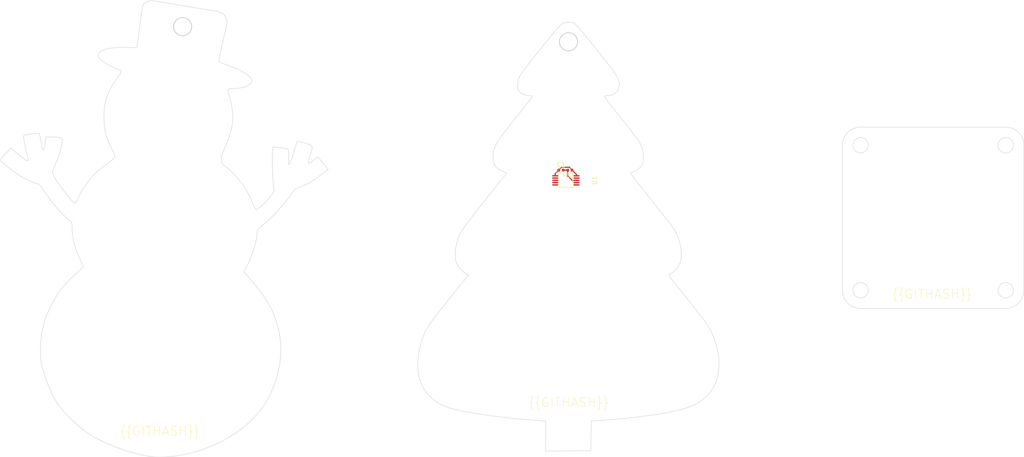
<source format=kicad_pcb>
(kicad_pcb (version 20221018) (generator pcbnew)
  (layers (0 "F.Cu" signal) (31 "B.Cu" signal) (34 "B.Paste" user) (35 "F.Paste" user) (36 "B.SilkS" user "B.Silkscreen") (37 "F.SilkS" user "F.Silkscreen") (38 "B.Mask" user) (39 "F.Mask" user) (44 "Edge.Cuts" user))
  (net 0 "")
  (net 1 "vcc")
  (net 2 "scl")
  (net 3 "sda")
  (net 4 "in_trig")
  (net 5 "en")
  (net 6 "vdd_nc")
  (net 7 "p")
  (net 8 "gnd")
  (net 9 "n")
  (footprint "lib:C0402" (layer "F.Cu") (at 161.538564 87.276181 180)
    (fp_text reference "C2" (at 0 -1.16) (layer "F.SilkS"))
    (fp_text value "Multilayer Ceramic Capacitors MLCC - SMD/SMT 1uF 6.3V 0402 RoHS")
    (fp_line (start -0.107836 -0.36) (end 0.107836 -0.36) (stroke (width 0.12)) (layer "F.SilkS"))
    (fp_line (start -0.107836 0.36) (end 0.107836 0.36) (stroke (width 0.12)) (layer "F.SilkS"))
    (pad "1" smd roundrect (at -0.48 0 180) (size 0.56 0.62) (layers "F.Cu" "F.Paste" "F.Mask") (net 1 "vcc"))
    (pad "2" smd roundrect (at 0.48 0 180) (size 0.56 0.62) (layers "F.Cu" "F.Paste" "F.Mask") (net 8 "gnd"))
  )
  (footprint "lib:VSSOP-10_L3.0-W3.0-P0.50-LS4.9-BL" (layer "F.Cu") (at 160.655 89.535 -90)
    (fp_text reference "U1" (at 0 -6.35 90) (layer "F.SilkS"))
    (fp_text value "")
    (fp_line (start -1.6 -1.53) (end -1.6 -0.7) (stroke (width 0.15)) (layer "F.SilkS"))
    (fp_line (start -1.6 0.73) (end -1.6 1.56) (stroke (width 0.15)) (layer "F.SilkS"))
    (fp_line (start -1.58 -1.53) (end 1.52 -1.53) (stroke (width 0.15)) (layer "F.SilkS"))
    (fp_line (start -1.58 1.56) (end 1.52 1.56) (stroke (width 0.15)) (layer "F.SilkS"))
    (fp_line (start 1.52 1.57) (end 1.52 -1.53) (stroke (width 0.15)) (layer "F.SilkS"))
    (fp_arc (start -1.605241 -0.671551) (mid -1.079184 0.027267) (end -1.6 0.73) (stroke (width 0.15)) (layer "F.SilkS"))
    (fp_circle (center -1.52 1.98) (end -1.42 1.98) (stroke (width 0.2)) (fill none) (layer "F.SilkS"))
    (pad "1" smd rect (at -1 2.35 270) (size 0.3 1.3) (layers "F.Cu" "F.Paste" "F.Mask") (net 1 "vcc"))
    (pad "2" smd rect (at -0.5 2.35 270) (size 0.3 1.3) (layers "F.Cu" "F.Paste" "F.Mask") (net 2 "scl"))
    (pad "3" smd rect (at 0 2.35 270) (size 0.3 1.3) (layers "F.Cu" "F.Paste" "F.Mask") (net 3 "sda"))
    (pad "4" smd rect (at 0.5 2.35 270) (size 0.3 1.3) (layers "F.Cu" "F.Paste" "F.Mask") (net 4 "in_trig"))
    (pad "5" smd rect (at 1 2.35 270) (size 0.3 1.3) (layers "F.Cu" "F.Paste" "F.Mask") (net 5 "en"))
    (pad "6" smd rect (at 1 -2.35 270) (size 0.3 1.3) (layers "F.Cu" "F.Paste" "F.Mask") (net 6 "vdd_nc"))
    (pad "7" smd rect (at 0.5 -2.35 270) (size 0.3 1.3) (layers "F.Cu" "F.Paste" "F.Mask") (net 7 "p"))
    (pad "8" smd rect (at 0 -2.35 270) (size 0.3 1.3) (layers "F.Cu" "F.Paste" "F.Mask") (net 8 "gnd"))
    (pad "9" smd rect (at -0.5 -2.35 270) (size 0.3 1.3) (layers "F.Cu" "F.Paste" "F.Mask") (net 9 "n"))
    (pad "10" smd rect (at -1 -2.35 270) (size 0.3 1.3) (layers "F.Cu" "F.Paste" "F.Mask") (net 1 "vcc"))
  )
  (footprint "lib:C0402" (layer "F.Cu") (at 159.584225 87.276181)
    (fp_text reference "C1" (at 0 -1.16) (layer "F.SilkS"))
    (fp_text value "Multilayer Ceramic Capacitors MLCC - SMD/SMT 1uF 6.3V 0402 RoHS")
    (fp_line (start -0.107836 -0.36) (end 0.107836 -0.36) (stroke (width 0.12)) (layer "F.SilkS"))
    (fp_line (start -0.107836 0.36) (end 0.107836 0.36) (stroke (width 0.12)) (layer "F.SilkS"))
    (pad "1" smd roundrect (at -0.48 0) (size 0.56 0.62) (layers "F.Cu" "F.Paste" "F.Mask") (net 1 "vcc"))
    (pad "2" smd roundrect (at 0.48 0) (size 0.56 0.62) (layers "F.Cu" "F.Paste" "F.Mask") (net 8 "gnd"))
  )
  (gr_circle (center 225.62 81.79) (end 227.32 81.79) (stroke (width 0.1)) (fill none) (layer "Edge.Cuts"))
  (gr_circle (center 257.62 113.79) (end 259.32 113.79) (stroke (width 0.1)) (fill none) (layer "Edge.Cuts"))
  (gr_circle (center 257.62 81.79) (end 259.32 81.79) (stroke (width 0.1)) (fill none) (layer "Edge.Cuts"))
  (gr_poly (pts (xy 75.142222 50.797022) (xy 79.756606 51.568267) (xy 82.366969 51.99203) (xy 83.019066 52.095762) (xy 83.303876 52.146979) (xy 83.563537 52.198618) (xy 83.799806 52.251323) (xy 84.01444 52.305736) (xy 84.209196 52.362498) (xy 84.385831 52.422252) (xy 84.546102 52.485641) (xy 84.691766 52.553306) (xy 84.824581 52.62589) (xy 84.946303 52.704035) (xy 85.05869 52.788383) (xy 85.163499 52.879577) (xy 85.262486 52.978258) (xy 85.357409 53.08507) (xy 85.479286 53.234958) (xy 85.586233 53.378736) (xy 85.634185 53.44915) (xy 85.678498 53.519015) (xy 85.719202 53.588656) (xy 85.75633 53.658402) (xy 85.789911 53.728576) (xy 85.819976 53.799506) (xy 85.846558 53.871517) (xy 85.869686 53.944936) (xy 85.889392 54.020089) (xy 85.905707 54.097301) (xy 85.918662 54.176899) (xy 85.928287 54.259209) (xy 85.934615 54.344557) (xy 85.937675 54.433269) (xy 85.937499 54.525672) (xy 85.934119 54.62209) (xy 85.927564 54.722851) (xy 85.917866 54.82828) (xy 85.889166 55.054449) (xy 85.848266 55.303204) (xy 85.795414 55.577155) (xy 85.730859 55.878909) (xy 85.654849 56.211077) (xy 84.878546 59.55341) (xy 84.657875 60.550977) (xy 84.450892 61.532488) (xy 84.331406 62.116419) (xy 84.229648 62.629765) (xy 84.15639 63.017063) (xy 84.122409 63.222849) (xy 84.123062 63.236814) (xy 84.127967 63.251873) (xy 84.137065 63.268001) (xy 84.150302 63.285171) (xy 84.167619 63.303357) (xy 84.188962 63.322534) (xy 84.214273 63.342674) (xy 84.243497 63.363751) (xy 84.313454 63.408613) (xy 84.398381 63.456909) (xy 84.497828 63.50843) (xy 84.611342 63.562966) (xy 84.738473 63.620306) (xy 84.878767 63.680241) (xy 85.031775 63.742561) (xy 85.197043 63.807056) (xy 85.374121 63.873515) (xy 85.562558 63.94173) (xy 85.7619 64.011489) (xy 85.971698 64.082583) (xy 86.585981 64.296029) (xy 87.172975 64.516947) (xy 87.730729 64.744054) (xy 88.257293 64.976069) (xy 88.75072 65.211708) (xy 89.209058 65.449689) (xy 89.63036 65.68873) (xy 90.012676 65.927548) (xy 90.354056 66.16486) (xy 90.652552 66.399385) (xy 90.906214 66.629839) (xy 91.113092 66.85494) (xy 91.271238 67.073405) (xy 91.378702 67.283953) (xy 91.412819 67.385857) (xy 91.433535 67.485301) (xy 91.440605 67.582123) (xy 91.433787 67.676165) (xy 91.41712 67.753004) (xy 91.390362 67.829368) (xy 91.35383 67.905131) (xy 91.307839 67.980165) (xy 91.252707 68.054343) (xy 91.188749 68.12754) (xy 91.116281 68.199626) (xy 91.03562 68.270477) (xy 90.947082 68.339964) (xy 90.850984 68.407961) (xy 90.747641 68.47434) (xy 90.637371 68.538975) (xy 90.520488 68.601739) (xy 90.39731 68.662505) (xy 90.268153 68.721145) (xy 90.133332 68.777534) (xy 89.993165 68.831543) (xy 89.847967 68.883047) (xy 89.543745 68.978027) (xy 89.223197 69.06146) (xy 88.888852 69.132329) (xy 88.54324 69.189618) (xy 88.188892 69.232313) (xy 88.009232 69.24787) (xy 87.828337 69.259397) (xy 87.646523 69.266767) (xy 87.464106 69.269854) (xy 87.202959 69.272042) (xy 86.97453 69.277492) (xy 86.777472 69.288473) (xy 86.690288 69.296746) (xy 86.610443 69.307253) (xy 86.537768 69.320276) (xy 86.472096 69.3361) (xy 86.413258 69.355009) (xy 86.361087 69.377285) (xy 86.315414 69.403211) (xy 86.276071 69.433073) (xy 86.24289 69.467154) (xy 86.215703 69.505736) (xy 86.194342 69.549103) (xy 86.178638 69.59754) (xy 86.168424 69.65133) (xy 86.163532 69.710755) (xy 86.163793 69.776101) (xy 86.169039 69.847649) (xy 86.179102 69.925685) (xy 86.193814 70.010491) (xy 86.236514 70.20155) (xy 86.295792 70.423093) (xy 86.370304 70.677389) (xy 86.458705 70.966708) (xy 86.582128 71.384478) (xy 86.694998 71.803093) (xy 86.797211 72.221567) (xy 86.888665 72.638919) (xy 86.969257 73.054166) (xy 87.038885 73.466323) (xy 87.097447 73.874409) (xy 87.144838 74.277439) (xy 87.180958 74.674432) (xy 87.205702 75.064404) (xy 87.21897 75.446371) (xy 87.220657 75.819352) (xy 87.210662 76.182361) (xy 87.188881 76.534418) (xy 87.155212 76.874538) (xy 87.109553 77.201739) (xy 86.986123 77.871628) (xy 86.830027 78.558912) (xy 86.643845 79.255662) (xy 86.430157 79.953949) (xy 86.19154 80.645848) (xy 85.930575 81.323429) (xy 85.649841 81.978766) (xy 85.351916 82.60393) (xy 85.189192 82.938586) (xy 85.118752 83.093315) (xy 85.055229 83.240939) (xy 84.998352 83.382431) (xy 84.947849 83.518761) (xy 84.903447 83.650903) (xy 84.864875 83.779828) (xy 84.831859 83.906506) (xy 84.804129 84.031911) (xy 84.781412 84.157013) (xy 84.763435 84.282785) (xy 84.749927 84.410197) (xy 84.740615 84.540223) (xy 84.735228 84.673833) (xy 84.733493 84.811999) (xy 84.736223 85.129082) (xy 84.741369 85.261496) (xy 84.750575 85.379459) (xy 84.764997 85.485194) (xy 84.774524 85.534172) (xy 84.785789 85.580928) (xy 84.798934 85.625739) (xy 84.814106 85.668884) (xy 84.831447 85.710641) (xy 84.851104 85.751288) (xy 84.873219 85.791103) (xy 84.897937 85.830364) (xy 84.925403 85.869349) (xy 84.955761 85.908337) (xy 84.989155 85.947605) (xy 85.02573 85.987432) (xy 85.109 86.069873) (xy 85.206725 86.157886) (xy 85.320061 86.253696) (xy 85.598185 86.477602) (xy 86.096863 86.886277) (xy 86.577755 87.306529) (xy 87.04138 87.739064) (xy 87.488258 88.184586) (xy 87.918909 88.6438) (xy 88.333852 89.117412) (xy 88.733607 89.606125) (xy 89.118694 90.110646) (xy 89.489632 90.631678) (xy 89.846941 91.169927) (xy 90.19114 91.726098) (xy 90.52275 92.300895) (xy 90.84229 92.895024) (xy 91.150279 93.509189) (xy 91.447237 94.144095) (xy 91.733683 94.800448) (xy 91.84059 95.047283) (xy 91.945802 95.277558) (xy 92.046625 95.486234) (xy 92.140364 95.668271) (xy 92.224324 95.818627) (xy 92.295813 95.932265) (xy 92.326039 95.973739) (xy 92.352136 96.004143) (xy 92.373767 96.022848) (xy 92.382804 96.027616) (xy 92.390597 96.029223) (xy 92.399173 96.028006) (xy 92.410522 96.024397) (xy 92.441219 96.010237) (xy 92.482045 95.987221) (xy 92.53236 95.955824) (xy 92.591521 95.916524) (xy 92.658887 95.869798) (xy 92.815666 95.755976) (xy 92.997564 95.618173) (xy 93.199447 95.460204) (xy 93.416182 95.285885) (xy 93.642634 95.099032) (xy 93.891007 94.882848) (xy 94.141366 94.648628) (xy 94.390948 94.400061) (xy 94.636991 94.140836) (xy 94.87673 93.874641) (xy 95.107403 93.605164) (xy 95.326247 93.336095) (xy 95.530498 93.071122) (xy 95.717394 92.813933) (xy 95.884171 92.568218) (xy 96.028066 92.337665) (xy 96.146316 92.125962) (xy 96.236159 91.936798) (xy 96.294829 91.773863) (xy 96.311612 91.703383) (xy 96.319566 91.640844) (xy 96.318345 91.586706) (xy 96.307605 91.54143) (xy 96.264441 91.378418) (xy 96.221593 91.121805) (xy 96.138989 90.373142) (xy 96.064068 89.386161) (xy 96.001109 88.251583) (xy 95.954389 87.060129) (xy 95.928186 85.902519) (xy 95.926777 84.869474) (xy 95.95444 84.051714) (xy 96.07471 82.177477) (xy 97.36716 82.304781) (xy 98.13507 82.379263) (xy 98.441266 82.413109) (xy 98.700599 82.449744) (xy 98.916803 82.492956) (xy 99.009898 82.518212) (xy 99.09361 82.546534) (xy 99.168406 82.578395) (xy 99.234753 82.614268) (xy 99.293117 82.654627) (xy 99.343964 82.699946) (xy 99.387763 82.750698) (xy 99.424978 82.807357) (xy 99.456076 82.870396) (xy 99.481525 82.94029) (xy 99.501791 83.017511) (xy 99.51734 83.102533) (xy 99.536155 83.297877) (xy 99.541702 83.530109) (xy 99.537716 83.803018) (xy 99.51607 84.486025) (xy 99.501811 85.019341) (xy 99.495778 85.429631) (xy 99.49953 85.727933) (xy 99.505563 85.838537) (xy 99.514626 85.925284) (xy 99.526915 85.989553) (xy 99.542625 86.032723) (xy 99.551823 86.046828) (xy 99.56195 86.056175) (xy 99.573029 86.060938) (xy 99.585085 86.061289) (xy 99.612224 86.049443) (xy 99.643564 86.022019) (xy 99.679299 85.980395) (xy 99.719623 85.925951) (xy 99.770963 85.835961) (xy 99.83738 85.6921) (xy 100.00736 85.267042) (xy 100.213404 84.699332) (xy 100.439353 84.037526) (xy 100.669049 83.330178) (xy 100.886332 82.625845) (xy 101.075044 81.973082) (xy 101.219027 81.420443) (xy 101.232451 81.367288) (xy 101.246658 81.317349) (xy 101.261814 81.270604) (xy 101.278084 81.227032) (xy 101.295634 81.186611) (xy 101.314631 81.149321) (xy 101.33524 81.115138) (xy 101.357628 81.084043) (xy 101.381959 81.056013) (xy 101.4084 81.031027) (xy 101.437117 81.009064) (xy 101.468275 80.990102) (xy 101.502041 80.974119) (xy 101.538581 80.961095) (xy 101.578059 80.951007) (xy 101.620643 80.943835) (xy 101.666497 80.939556) (xy 101.715788 80.938149) (xy 101.768682 80.939594) (xy 101.825345 80.943867) (xy 101.885942 80.950949) (xy 101.950639 80.960817) (xy 102.019603 80.97345) (xy 102.092998 80.988826) (xy 102.170992 81.006924) (xy 102.253749 81.027723) (xy 102.434219 81.077337) (xy 102.635734 81.137495) (xy 102.859622 81.208025) (xy 103.581471 81.438726) (xy 103.868146 81.535185) (xy 104.108644 81.625316) (xy 104.212356 81.669476) (xy 104.305459 81.713816) (xy 104.388264 81.758923) (xy 104.461082 81.805384) (xy 104.524226 81.853787) (xy 104.578006 81.904719) (xy 104.622735 81.958768) (xy 104.658725 82.01652) (xy 104.686285 82.078563) (xy 104.705729 82.145484) (xy 104.717368 82.217871) (xy 104.721513 82.296311) (xy 104.718476 82.381392) (xy 104.708568 82.4737) (xy 104.692102 82.573823) (xy 104.669388 82.682348) (xy 104.606464 82.926954) (xy 104.522289 83.212218) (xy 104.300158 83.92351) (xy 104.076968 84.658354) (xy 103.993442 84.95378) (xy 103.929762 85.203046) (xy 103.886777 85.407528) (xy 103.865337 85.568604) (xy 103.862962 85.633296) (xy 103.866292 85.687652) (xy 103.875434 85.731846) (xy 103.890492 85.766049) (xy 103.911574 85.790433) (xy 103.938786 85.805172) (xy 103.972234 85.810436) (xy 104.012025 85.806398) (xy 104.058263 85.79323) (xy 104.111056 85.771105) (xy 104.236732 85.700671) (xy 104.3899 85.596472) (xy 104.571411 85.459887) (xy 105.02286 85.095065) (xy 105.918216 84.355181) (xy 106.388476 84.86751) (xy 106.496975 84.987739) (xy 106.625318 85.133369) (xy 106.92254 85.478508) (xy 107.242155 85.858286) (xy 107.546176 86.22806) (xy 108.2336 87.076296) (xy 106.72333 88.254687) (xy 106.031007 88.783192) (xy 105.392025 89.245391) (xy 105.089314 89.453516) (xy 104.796071 89.647331) (xy 104.511007 89.827593) (xy 104.232833 89.995056) (xy 103.960259 90.150478) (xy 103.691998 90.294613) (xy 103.426759 90.428217) (xy 103.163254 90.552046) (xy 102.900193 90.666855) (xy 102.636288 90.773401) (xy 102.370249 90.872439) (xy 102.100787 90.964724) (xy 101.955978 91.013649) (xy 101.818902 91.062832) (xy 101.689432 91.112348) (xy 101.567439 91.162273) (xy 101.452795 91.212683) (xy 101.345371 91.263651) (xy 101.245039 91.315254) (xy 101.151671 91.367567) (xy 101.065138 91.420665) (xy 100.985313 91.474624) (xy 100.912065 91.529517) (xy 100.845269 91.585421) (xy 100.784794 91.642412) (xy 100.730512 91.700563) (xy 100.682296 91.759951) (xy 100.640017 91.82065) (xy 100.313962 92.312951) (xy 99.958065 92.82026) (xy 99.575318 93.339289) (xy 99.168711 93.866747) (xy 98.741234 94.399346) (xy 98.295878 94.933795) (xy 97.835635 95.466804) (xy 97.363494 95.995083) (xy 96.882446 96.515343) (xy 96.395482 97.024295) (xy 95.905593 97.518647) (xy 95.415769 97.995111) (xy 94.929002 98.450396) (xy 94.44828 98.881213) (xy 93.976596 99.284272) (xy 93.51694 99.656283) (xy 93.364132 99.777198) (xy 93.228349 99.887118) (xy 93.108601 99.987555) (xy 93.003899 100.080022) (xy 92.913256 100.166032) (xy 92.835682 100.247098) (xy 92.770188 100.324733) (xy 92.741662 100.362737) (xy 92.715786 100.40045) (xy 92.692435 100.438062) (xy 92.671487 100.475762) (xy 92.652817 100.513738) (xy 92.636302 100.552181) (xy 92.621819 100.591279) (xy 92.609244 100.631221) (xy 92.589322 100.714395) (xy 92.575548 100.803215) (xy 92.566934 100.899195) (xy 92.56249 101.003847) (xy 92.561229 101.118685) (xy 92.548214 101.459191) (xy 92.510172 101.840399) (xy 92.448603 102.257479) (xy 92.365007 102.705605) (xy 92.260885 103.179948) (xy 92.137739 103.675679) (xy 91.997068 104.187971) (xy 91.840373 104.711996) (xy 91.669155 105.242926) (xy 91.484915 105.775933) (xy 91.289154 106.306188) (xy 91.083372 106.828864) (xy 90.86907 107.339132) (xy 90.647749 107.832164) (xy 90.420909 108.303133) (xy 90.190051 108.74721) (xy 89.658061 109.729433) (xy 90.799319 111.025652) (xy 91.552256 111.894452) (xy 92.247519 112.726345) (xy 92.887901 113.52649) (xy 93.476195 114.300047) (xy 94.015193 115.052178) (xy 94.507688 115.788042) (xy 94.956473 116.5128) (xy 95.364341 117.231612) (xy 95.734083 117.949638) (xy 96.068493 118.672038) (xy 96.370364 119.403974) (xy 96.642488 120.150605) (xy 96.887657 120.917091) (xy 97.108665 121.708593) (xy 97.308304 122.530271) (xy 97.489367 123.387286) (xy 97.659586 124.435519) (xy 97.764545 125.512723) (xy 97.805707 126.613102) (xy 97.784533 127.73086) (xy 97.702485 128.860202) (xy 97.561026 129.995332) (xy 97.361618 131.130454) (xy 97.105722 132.259774) (xy 96.794801 133.377494) (xy 96.430316 134.47782) (xy 96.01373 135.554956) (xy 95.546505 136.603107) (xy 95.030102 137.616476) (xy 94.465984 138.589268) (xy 93.855613 139.515689) (xy 93.20045 140.389941) (xy 92.386005 141.350273) (xy 91.510226 142.273552) (xy 90.576227 143.158109) (xy 89.587122 144.002278) (xy 88.546024 144.80439) (xy 87.456048 145.562779) (xy 86.320308 146.275777) (xy 85.141916 146.941716) (xy 83.923988 147.558929) (xy 82.669636 148.125749) (xy 81.381976 148.640508) (xy 80.06412 149.101539) (xy 78.719182 149.507174) (xy 77.350277 149.855747) (xy 75.960518 150.145589) (xy 74.553019 150.375033) (xy 73.862872 150.459306) (xy 73.131633 150.525975) (xy 72.383923 150.574372) (xy 71.644361 150.603827) (xy 70.93757 150.613671) (xy 70.288169 150.603235) (xy 69.720779 150.57185) (xy 69.475532 150.548093) (xy 69.26002 150.518847) (xy 69.260051 150.518832) (xy 67.831835 150.262486) (xy 66.416949 149.953785) (xy 65.016193 149.592984) (xy 63.630368 149.180338) (xy 62.260274 148.716103) (xy 60.90671 148.200532) (xy 59.570477 147.633881) (xy 58.252375 147.016405) (xy 57.283074 146.528505) (xy 56.847829 146.298277) (xy 56.438641 146.072324) (xy 56.050351 145.846994) (xy 55.6778 145.618633) (xy 55.315827 145.383588) (xy 54.959273 145.138205) (xy 54.602979 144.87883) (xy 54.241783 144.601811) (xy 53.870528 144.303492) (xy 53.484054 143.980222) (xy 52.644807 143.244211) (xy 51.682765 142.36455) (xy 51.097036 141.804159) (xy 50.54538 141.238954) (xy 50.025658 140.665073) (xy 49.535731 140.078649) (xy 49.07346 139.475819) (xy 48.636705 138.852719) (xy 48.223328 138.205483) (xy 47.831189 137.530249) (xy 47.458149 136.823151) (xy 47.10207 136.080325) (xy 46.760812 135.297907) (xy 46.432236 134.472032) (xy 46.114202 133.598836) (xy 45.804573 132.674455) (xy 45.501208 131.695024) (xy 45.201968 130.656679) (xy 45.078569 130.147371) (xy 44.978794 129.594224) (xy 44.90231 129.00242) (xy 44.848785 128.377144) (xy 44.817886 127.723579) (xy 44.809281 127.046907) (xy 44.822637 126.352311) (xy 44.857621 125.644974) (xy 44.913901 124.93008) (xy 44.991145 124.212811) (xy 45.089019 123.498351) (xy 45.207191 122.791883) (xy 45.345328 122.098589) (xy 45.503099 121.423652) (xy 45.68017 120.772256) (xy 45.876208 120.149584) (xy 46.005143 119.787909) (xy 46.154924 119.401263) (xy 46.508073 118.570286) (xy 46.917749 117.69111) (xy 47.366047 116.79819) (xy 47.83506 115.92598) (xy 48.306883 115.108937) (xy 48.76361 114.381515) (xy 48.980717 114.062179) (xy 49.187335 113.77817) (xy 49.387433 113.519297) (xy 49.599256 113.255538) (xy 50.056372 112.715109) (xy 50.555279 112.160374) (xy 51.092575 111.594824) (xy 51.664855 111.021952) (xy 52.268718 110.445248) (xy 52.900758 109.868205) (xy 53.557574 109.294314) (xy 54.329783 108.634142) (xy 53.616031 107.110232) (xy 53.390001 106.6154) (xy 53.179365 106.128819) (xy 52.984012 105.650049) (xy 52.803829 105.178652) (xy 52.638704 104.71419) (xy 52.488525 104.256224) (xy 52.353181 103.804315) (xy 52.232559 103.358025) (xy 52.126547 102.916915) (xy 52.035034 102.480548) (xy 51.957906 102.048484) (xy 51.895053 101.620284) (xy 51.846363 101.195511) (xy 51.811722 100.773726) (xy 51.79102 100.35449) (xy 51.784144 99.937365) (xy 51.780657 99.620612) (xy 51.776007 99.482669) (xy 51.769161 99.357285) (xy 51.759927 99.243666) (xy 51.748111 99.141014) (xy 51.733519 99.048534) (xy 51.715958 98.96543) (xy 51.695233 98.890904) (xy 51.671153 98.824161) (xy 51.643523 98.764406) (xy 51.612149 98.71084) (xy 51.576839 98.662669) (xy 51.537399 98.619096) (xy 51.493635 98.579325) (xy 51.445353 98.542559) (xy 51.149902 98.324092) (xy 50.839064 98.073347) (xy 50.514896 97.792628) (xy 50.179453 97.484238) (xy 49.834791 97.150482) (xy 49.482966 96.793665) (xy 49.126033 96.41609) (xy 48.766047 96.020062) (xy 48.405065 95.607885) (xy 48.045142 95.181864) (xy 47.688333 94.744302) (xy 47.336694 94.297504) (xy 46.992281 93.843774) (xy 46.657149 93.385417) (xy 46.333354 92.924737) (xy 46.022952 92.464037) (xy 45.611719 91.844971) (xy 45.279782 91.362091) (xy 45.137757 91.165551) (xy 45.008606 90.995655) (xy 44.89001 90.849933) (xy 44.779654 90.725918) (xy 44.675221 90.621143) (xy 44.574392 90.533138) (xy 44.474852 90.459437) (xy 44.374284 90.397571) (xy 44.27037 90.345073) (xy 44.160793 90.299474) (xy 44.043237 90.258307) (xy 43.915385 90.219103) (xy 43.593888 90.117525) (xy 43.255864 89.996009) (xy 42.903268 89.855657) (xy 42.538058 89.697573) (xy 42.162189 89.522858) (xy 41.777618 89.332616) (xy 41.386301 89.127951) (xy 40.990194 88.909964) (xy 40.591254 88.679759) (xy 40.191438 88.438438) (xy 39.792701 88.187105) (xy 39.396999 87.926862) (xy 39.00629 87.658812) (xy 38.622529 87.384058) (xy 38.247673 87.103703) (xy 37.883677 86.81885) (xy 37.49456 86.502783) (xy 37.131548 86.199554) (xy 36.802586 85.916398) (xy 36.515619 85.660548) (xy 36.278593 85.439239) (xy 36.099452 85.259705) (xy 36.034071 85.187865) (xy 35.986141 85.129182) (xy 35.956654 85.08456) (xy 35.946605 85.054903) (xy 35.948192 85.042433) (xy 35.952903 85.026953) (xy 35.971384 84.987332) (xy 36.001425 84.936776) (xy 36.042403 84.876021) (xy 36.093695 84.805804) (xy 36.154681 84.726859) (xy 36.224736 84.639924) (xy 36.303239 84.545735) (xy 36.389567 84.445026) (xy 36.483097 84.338536) (xy 36.689276 84.11115) (xy 36.916796 83.869466) (xy 37.037003 83.745102) (xy 37.160678 83.619372) (xy 38.374759 82.395922) (xy 39.365809 83.301684) (xy 39.814301 83.698656) (xy 40.266196 84.075272) (xy 40.704205 84.419302) (xy 41.111041 84.718514) (xy 41.469414 84.960676) (xy 41.625024 85.056541) (xy 41.762035 85.133557) (xy 41.878286 85.190195) (xy 41.971615 85.224926) (xy 42.039863 85.236222) (xy 42.063905 85.232603) (xy 42.080867 85.222552) (xy 42.085566 85.215268) (xy 42.089233 85.203934) (xy 42.093537 85.169549) (xy 42.093921 85.120268) (xy 42.090523 85.056964) (xy 42.083485 84.98051) (xy 42.072948 84.891778) (xy 42.059051 84.79164) (xy 42.041937 84.68097) (xy 41.998614 84.43152) (xy 41.944105 84.150408) (xy 41.879534 83.844615) (xy 41.806025 83.52112) (xy 41.578977 82.541169) (xy 41.399614 81.732306) (xy 41.265507 81.079136) (xy 41.174225 80.56626) (xy 41.123338 80.17828) (xy 41.112283 80.026315) (xy 41.110416 79.899799) (xy 41.117432 79.796809) (xy 41.133029 79.71542) (xy 41.156901 79.653706) (xy 41.188746 79.609743) (xy 41.213078 79.592846) (xy 41.252556 79.575085) (xy 41.372962 79.537437) (xy 41.541984 79.497733) (xy 41.751641 79.456905) (xy 42.26094 79.37561) (xy 42.837013 79.301016) (xy 43.416018 79.240586) (xy 43.934111 79.201782) (xy 44.150364 79.192822) (xy 44.327447 79.192067) (xy 44.45738 79.20045) (xy 44.532183 79.218905) (xy 44.538527 79.223215) (xy 44.545097 79.229471) (xy 44.551878 79.23762) (xy 44.558855 79.247608) (xy 44.573336 79.272888) (xy 44.588416 79.304879) (xy 44.603974 79.343154) (xy 44.619887 79.387282) (xy 44.636031 79.436835) (xy 44.652284 79.491383) (xy 44.668525 79.550496) (xy 44.684629 79.613746) (xy 44.700475 79.680703) (xy 44.715939 79.750937) (xy 44.7309 79.82402) (xy 44.745234 79.899521) (xy 44.75882 79.977012) (xy 44.771533 80.056063) (xy 44.946351 81.130774) (xy 45.025944 81.564983) (xy 45.101061 81.931234) (xy 45.172253 82.230134) (xy 45.24007 82.462288) (xy 45.305063 82.628302) (xy 45.336673 82.686696) (xy 45.367783 82.728781) (xy 45.398463 82.754634) (xy 45.428781 82.764331) (xy 45.458807 82.757947) (xy 45.488608 82.735557) (xy 45.518254 82.697238) (xy 45.547814 82.643066) (xy 45.606951 82.487462) (xy 45.666568 82.269351) (xy 45.727218 81.98934) (xy 45.78945 81.648032) (xy 45.853816 81.246035) (xy 46.055377 79.918581) (xy 47.417926 79.96628) (xy 48.109143 79.993687) (xy 48.392021 80.009194) (xy 48.636741 80.027435) (xy 48.846051 80.049559) (xy 49.022696 80.076715) (xy 49.169424 80.110051) (xy 49.288982 80.150717) (xy 49.339431 80.174158) (xy 49.384117 80.199861) (xy 49.423385 80.227972) (xy 49.457577 80.258632) (xy 49.487036 80.291987) (xy 49.512107 80.32818) (xy 49.533132 80.367353) (xy 49.550455 80.409652) (xy 49.575367 80.504197) (xy 49.589592 80.612965) (xy 49.595876 80.737105) (xy 49.596965 80.877764) (xy 49.590289 81.099803) (xy 49.571905 81.336737) (xy 49.542029 81.587807) (xy 49.500879 81.852253) (xy 49.448672 82.129318) (xy 49.385623 82.418243) (xy 49.311951 82.718269) (xy 49.227873 83.028637) (xy 49.133604 83.34859) (xy 49.029362 83.677367) (xy 48.915364 84.014212) (xy 48.791827 84.358364) (xy 48.658967 84.709065) (xy 48.517002 85.065558) (xy 48.366148 85.427082) (xy 48.206622 85.792879) (xy 47.949769 86.374791) (xy 47.755997 86.832451) (xy 47.68104 87.021721) (xy 47.619784 87.188367) (xy 47.571537 87.335205) (xy 47.535609 87.465048) (xy 47.511311 87.580709) (xy 47.497952 87.685002) (xy 47.494842 87.78074) (xy 47.501291 87.870737) (xy 47.516609 87.957807) (xy 47.540106 88.044763) (xy 47.571091 88.134418) (xy 47.608874 88.229586) (xy 47.761079 88.551834) (xy 47.975096 88.939463) (xy 48.241913 89.380584) (xy 48.55252 89.863307) (xy 49.269066 90.905997) (xy 50.052651 91.972411) (xy 50.831193 92.967426) (xy 51.196047 93.408433) (xy 51.532609 93.795921) (xy 51.831869 94.117998) (xy 52.084818 94.362774) (xy 52.282443 94.518359) (xy 52.357694 94.558989) (xy 52.415736 94.572863) (xy 52.426811 94.571375) (xy 52.439084 94.56696) (xy 52.452509 94.559691) (xy 52.467041 94.549641) (xy 52.482633 94.536883) (xy 52.499239 94.521489) (xy 52.516813 94.503532) (xy 52.535309 94.483086) (xy 52.574881 94.435018) (xy 52.617586 94.377866) (xy 52.663055 94.312214) (xy 52.710918 94.238646) (xy 52.760808 94.157745) (xy 52.812354 94.070093) (xy 52.865187 93.976276) (xy 52.918939 93.876875) (xy 52.97324 93.772474) (xy 53.02772 93.663657) (xy 53.082012 93.551007) (xy 53.135745 93.435107) (xy 53.405424 92.869327) (xy 53.69623 92.311615) (xy 54.007442 91.76282) (xy 54.338342 91.223792) (xy 54.688208 90.695381) (xy 55.05632 90.178436) (xy 55.441958 89.673808) (xy 55.844402 89.182347) (xy 56.262932 88.704901) (xy 56.696828 88.242322) (xy 57.145369 87.795459) (xy 57.607836 87.365163) (xy 58.083508 86.952281) (xy 58.571665 86.557666) (xy 59.071586 86.182166) (xy 59.582553 85.826632) (xy 59.914962 85.598282) (xy 60.214172 85.3804) (xy 60.477869 85.17504) (xy 60.595674 85.077698) (xy 60.703732 84.984257) (xy 60.801753 84.894974) (xy 60.889447 84.810106) (xy 60.966524 84.72991) (xy 61.032694 84.654642) (xy 61.087669 84.584559) (xy 61.131158 84.519919) (xy 61.162872 84.460977) (xy 61.182521 84.407992) (xy 61.189444 84.378526) (xy 61.194656 84.347449) (xy 61.198136 84.314702) (xy 61.199864 84.280227) (xy 61.197977 84.205863) (xy 61.188829 84.123892) (xy 61.172254 84.033852) (xy 61.148084 83.935279) (xy 61.116154 83.82771) (xy 61.076297 83.71068) (xy 61.028345 83.583727) (xy 60.972134 83.446388) (xy 60.907495 83.298197) (xy 60.834263 83.138693) (xy 60.75227 82.967412) (xy 60.661351 82.783889) (xy 60.561339 82.587662) (xy 60.452067 82.378268) (xy 60.237971 81.961359) (xy 60.041673 81.555601) (xy 59.862568 81.158484) (xy 59.700049 80.767498) (xy 59.553508 80.380135) (xy 59.422339 79.993885) (xy 59.305935 79.60624) (xy 59.203689 79.21469) (xy 59.114995 78.816725) (xy 59.039245 78.409838) (xy 58.975833 77.991518) (xy 58.924151 77.559256) (xy 58.883594 77.110544) (xy 58.853553 76.642872) (xy 58.833423 76.153731) (xy 58.822596 75.640612) (xy 58.82378 75.019765) (xy 58.843433 74.425285) (xy 58.882591 73.854032) (xy 58.942291 73.302869) (xy 59.023569 72.768658) (xy 59.127459 72.248262) (xy 59.255 71.738542) (xy 59.407225 71.236361) (xy 59.585172 70.73858) (xy 59.789877 70.242062) (xy 60.022374 69.743669) (xy 60.283701 69.240263) (xy 60.574893 68.728705) (xy 60.896986 68.205859) (xy 61.251015 67.668586) (xy 61.638018 67.113749) (xy 61.84244 66.825076) (xy 62.020375 66.566593) (xy 62.17201 66.336298) (xy 62.29753 66.132187) (xy 62.397121 65.95226) (xy 62.470968 65.794512) (xy 62.498296 65.72333) (xy 62.519258 65.656942) (xy 62.533877 65.595098) (xy 62.542176 65.537547) (xy 62.544179 65.484039) (xy 62.539908 65.434323) (xy 62.529387 65.388151) (xy 62.512639 65.34527) (xy 62.489688 65.305431) (xy 62.460556 65.268384) (xy 62.425267 65.233878) (xy 62.383844 65.201662) (xy 62.33631 65.171487) (xy 62.282689 65.143103) (xy 62.157276 65.090703) (xy 62.007792 65.042459) (xy 61.834422 64.996371) (xy 61.657986 64.943069) (xy 61.445562 64.862593) (xy 61.203024 64.758325) (xy 60.93625 64.633653) (xy 60.353499 64.336631) (xy 59.744319 63.998608) (xy 59.155721 63.646664) (xy 58.634716 63.307879) (xy 58.414252 63.151884) (xy 58.228316 63.009334) (xy 58.082783 62.883614) (xy 57.983531 62.778109) (xy 57.869943 62.622242) (xy 57.777351 62.470362) (xy 57.705558 62.322559) (xy 57.654369 62.178917) (xy 57.623588 62.039526) (xy 57.613018 61.904471) (xy 57.622463 61.773839) (xy 57.651728 61.647718) (xy 57.700616 61.526195) (xy 57.768931 61.409356) (xy 57.856477 61.297289) (xy 57.963058 61.190081) (xy 58.088479 61.087819) (xy 58.232542 60.99059) (xy 58.395052 60.89848) (xy 58.575812 60.811578) (xy 58.774627 60.72997) (xy 58.991301 60.653743) (xy 59.225638 60.582984) (xy 59.477441 60.51778) (xy 59.746514 60.458218) (xy 60.032661 60.404385) (xy 60.335687 60.356369) (xy 60.655395 60.314256) (xy 60.991589 60.278134) (xy 61.344073 60.248089) (xy 61.712651 60.224208) (xy 62.097127 60.20658) (xy 62.497305 60.195289) (xy 62.912988 60.190424) (xy 63.343981 60.192072) (xy 63.790088 60.20032) (xy 66.056857 60.258219) (xy 66.273486 58.80189) (xy 66.542465 56.891029) (xy 66.884944 54.341891) (xy 67.190183 52.053843) (xy 67.248082 51.679802) (xy 67.303557 51.37005) (xy 67.359078 51.117137) (xy 67.417116 50.913616) (xy 67.48014 50.752035) (xy 67.55062 50.624945) (xy 67.631027 50.524898) (xy 67.72383 50.444442) (xy 67.831501 50.37613) (xy 67.956508 50.312512) (xy 68.268412 50.169558) (xy 69.100734 49.778315)) (stroke (width 0.1)) (fill none) (layer "Edge.Cuts"))
  (gr_arc (start 261.62 113.79) (mid 260.448427 116.618427) (end 257.62 117.79) (stroke (width 0.1)) (layer "Edge.Cuts"))
  (gr_arc (start 225.62 117.79) (mid 222.791573 116.618427) (end 221.62 113.79) (stroke (width 0.1)) (layer "Edge.Cuts"))
  (gr_line (start 261.62 113.79) (end 261.62 81.79) (stroke (width 0.1)) (layer "Edge.Cuts"))
  (gr_circle (center 161.229974 58.946031) (end 163.229974 58.946031) (stroke (width 0.2)) (fill none) (layer "Edge.Cuts"))
  (gr_line (start 221.62 81.79) (end 221.62 113.79) (stroke (width 0.1)) (layer "Edge.Cuts"))
  (gr_arc (start 257.62 77.79) (mid 260.448427 78.961573) (end 261.62 81.79) (stroke (width 0.1)) (layer "Edge.Cuts"))
  (gr_poly (pts (xy 161.429183 54.643361) (xy 161.588699 54.648976) (xy 161.743405 54.660128) (xy 161.8913 54.67685) (xy 162.030385 54.699174) (xy 162.158659 54.727132) (xy 162.274122 54.760758) (xy 162.374774 54.800082) (xy 162.418214 54.822065) (xy 162.465501 54.850416) (xy 162.517128 54.885713) (xy 162.573587 54.928531) (xy 162.702967 55.039035) (xy 162.857578 55.186538) (xy 163.041357 55.37565) (xy 163.258241 55.610981) (xy 163.512165 55.897139) (xy 163.807067 56.238735) (xy 164.146884 56.640378) (xy 164.53555 57.106678) (xy 164.977005 57.642244) (xy 165.475183 58.251687) (xy 166.657456 59.710639) (xy 168.113864 61.520411) (xy 169.490282 63.25197) (xy 170.562092 64.650979) (xy 170.993296 65.243203) (xy 171.359779 65.7732) (xy 171.665351 66.247941) (xy 171.913823 66.674396) (xy 172.109006 67.059535) (xy 172.254708 67.41033) (xy 172.354741 67.733749) (xy 172.412915 68.036764) (xy 172.433041 68.326344) (xy 172.418927 68.609461) (xy 172.374385 68.893084) (xy 172.303226 69.184183) (xy 172.274597 69.278158) (xy 172.242 69.369887) (xy 172.205507 69.459324) (xy 172.165188 69.546423) (xy 172.121114 69.631137) (xy 172.073357 69.713419) (xy 172.021987 69.793223) (xy 171.967076 69.870502) (xy 171.908694 69.945208) (xy 171.846914 70.017296) (xy 171.781806 70.08672) (xy 171.71344 70.153431) (xy 171.641889 70.217383) (xy 171.567223 70.278531) (xy 171.489513 70.336826) (xy 171.408831 70.392223) (xy 171.325247 70.444674) (xy 171.238833 70.494134) (xy 171.14966 70.540554) (xy 171.057799 70.58389) (xy 170.96332 70.624093) (xy 170.866295 70.661118) (xy 170.766796 70.694917) (xy 170.664893 70.725444) (xy 170.560657 70.752652) (xy 170.45416 70.776495) (xy 170.345472 70.796926) (xy 170.234664 70.813898) (xy 170.121809 70.827364) (xy 170.006976 70.837278) (xy 169.890237 70.843593) (xy 169.771663 70.846262) (xy 169.726607 70.847177) (xy 169.681188 70.849133) (xy 169.590479 70.855957) (xy 169.501974 70.8663) (xy 169.418107 70.879728) (xy 169.378675 70.887463) (xy 169.341315 70.895806) (xy 169.306334 70.904703) (xy 169.274034 70.9141) (xy 169.244721 70.923942) (xy 169.218699 70.934176) (xy 169.196272 70.944746) (xy 169.177745 70.955599) (xy 169.171643 70.965792) (xy 169.172154 70.983757) (xy 169.17922 71.009417) (xy 169.192785 71.042693) (xy 169.239181 71.131786) (xy 169.310885 71.250417) (xy 169.407439 71.397965) (xy 169.528385 71.573811) (xy 169.673265 71.777334) (xy 169.841623 72.007915) (xy 170.246938 72.547768) (xy 170.740668 73.18841) (xy 171.319154 73.924882) (xy 171.978732 74.752222) (xy 174.641332 78.093405) (xy 175.537111 79.246786) (xy 176.200008 80.134787) (xy 176.673118 80.816979) (xy 176.99954 81.352933) (xy 177.222371 81.802218) (xy 177.384708 82.224406) (xy 177.462833 82.472098) (xy 177.531331 82.72855) (xy 177.59016 82.991701) (xy 177.639284 83.259489) (xy 177.678662 83.529854) (xy 177.708257 83.800735) (xy 177.728028 84.070071) (xy 177.737937 84.335802) (xy 177.737946 84.595867) (xy 177.728014 84.848205) (xy 177.708104 85.090755) (xy 177.678176 85.321456) (xy 177.638191 85.538248) (xy 177.588111 85.739069) (xy 177.527896 85.92186) (xy 177.457507 86.084559) (xy 177.391656 86.207668) (xy 177.318059 86.327563) (xy 177.236853 86.444134) (xy 177.148173 86.557272) (xy 177.052156 86.666869) (xy 176.948938 86.772814) (xy 176.838657 86.874999) (xy 176.721448 86.973315) (xy 176.597448 87.067652) (xy 176.466794 87.157903) (xy 176.32962 87.243956) (xy 176.186065 87.325705) (xy 176.036265 87.403039) (xy 175.880355 87.475849) (xy 175.718473 87.544027) (xy 175.550754 87.607462) (xy 175.482045 87.632835) (xy 175.415483 87.658969) (xy 175.351405 87.685667) (xy 175.290146 87.712731) (xy 175.23204 87.739963) (xy 175.177423 87.767164) (xy 175.126631 87.794136) (xy 175.079997 87.820681) (xy 175.037859 87.846601) (xy 175.00055 87.871698) (xy 174.968407 87.895773) (xy 174.941764 87.918629) (xy 174.920956 87.940066) (xy 174.90632 87.959888) (xy 174.898189 87.977896) (xy 174.896668 87.986157) (xy 174.8969 87.993891) (xy 174.922027 88.037315) (xy 174.991394 88.135797) (xy 175.25375 88.486297) (xy 176.209258 89.720013) (xy 177.617844 91.508896) (xy 179.333926 93.666804) (xy 181.092323 95.879526) (xy 182.616098 97.817656) (xy 183.742073 99.272256) (xy 184.307071 100.034388) (xy 184.515284 100.360502) (xy 184.7117 100.694247) (xy 184.896111 101.034954) (xy 185.068309 101.381957) (xy 185.228084 101.734588) (xy 185.375229 102.092181) (xy 185.509535 102.454068) (xy 185.630794 102.819582) (xy 185.738797 103.188056) (xy 185.833335 103.558822) (xy 185.914201 103.931214) (xy 185.981186 104.304563) (xy 186.034081 104.678204) (xy 186.072678 105.051468) (xy 186.096768 105.423689) (xy 186.106143 105.794199) (xy 186.105091 106.172735) (xy 186.095928 106.491761) (xy 186.087599 106.633067) (xy 186.076394 106.764426) (xy 186.062032 106.887483) (xy 186.044229 107.003882) (xy 186.022703 107.115265) (xy 185.997171 107.223277) (xy 185.967351 107.329562) (xy 185.932961 107.435763) (xy 185.893716 107.543524) (xy 185.849336 107.654488) (xy 185.744037 107.892603) (xy 185.654537 108.079442) (xy 185.563285 108.257402) (xy 185.469989 108.426825) (xy 185.374358 108.588053) (xy 185.276102 108.741425) (xy 185.174928 108.887283) (xy 185.070547 109.025968) (xy 184.962667 109.15782) (xy 184.850997 109.283181) (xy 184.735246 109.402392) (xy 184.615122 109.515794) (xy 184.490336 109.623727) (xy 184.360596 109.726532) (xy 184.22561 109.824551) (xy 184.085088 109.918125) (xy 183.938739 110.007593) (xy 183.810996 110.084401) (xy 183.691836 110.159793) (xy 183.583867 110.231854) (xy 183.489696 110.298666) (xy 183.41193 110.358313) (xy 183.380014 110.384851) (xy 183.353176 110.408878) (xy 183.331744 110.430155) (xy 183.316042 110.448443) (xy 183.306397 110.463502) (xy 183.303947 110.469746) (xy 183.303134 110.475092) (xy 183.318272 110.503511) (xy 183.362609 110.567965) (xy 183.532916 110.797359) (xy 183.802115 111.148045) (xy 184.158269 111.604794) (xy 185.08369 112.775559) (xy 186.213672 114.187815) (xy 189.362188 118.120691) (xy 190.402126 119.447898) (xy 191.169656 120.462983) (xy 191.727633 121.251467) (xy 192.13891 121.898876) (xy 192.466342 122.490732) (xy 192.772785 123.112559) (xy 193.051147 123.726705) (xy 193.303988 124.346147) (xy 193.531154 124.969731) (xy 193.732492 125.596305) (xy 193.907848 126.224716) (xy 194.05707 126.853811) (xy 194.180003 127.482437) (xy 194.276494 128.109442) (xy 194.346391 128.733673) (xy 194.389538 129.353977) (xy 194.405784 129.969202) (xy 194.394974 130.578194) (xy 194.356955 131.1798) (xy 194.291575 131.772869) (xy 194.198678 132.356247) (xy 194.078113 132.928782) (xy 193.929544 133.476781) (xy 193.74781 134.009233) (xy 193.533455 134.525547) (xy 193.287022 135.025131) (xy 193.009057 135.507395) (xy 192.700103 135.971748) (xy 192.360704 136.4176) (xy 191.991405 136.844359) (xy 191.592749 137.251434) (xy 191.165282 137.638235) (xy 190.709547 138.004171) (xy 190.226087 138.348651) (xy 189.715449 138.671084) (xy 189.178175 138.970879) (xy 188.61481 139.247446) (xy 188.025897 139.500193) (xy 187.387382 139.730873) (xy 186.62691 139.962173) (xy 185.752713 140.192844) (xy 184.773022 140.421641) (xy 182.530085 140.868622) (xy 179.96395 141.293139) (xy 177.140466 141.685214) (xy 174.125485 142.034872) (xy 170.984858 142.332135) (xy 167.784435 142.567026) (xy 166.231372 142.664027) (xy 166.19247 145.936793) (xy 166.153667 149.209559) (xy 161.14812 149.247553) (xy 156.142551 149.285548) (xy 156.211231 145.955256) (xy 156.23825 144.264273) (xy 156.238691 143.682086) (xy 156.22939 143.24944) (xy 156.209575 142.946836) (xy 156.195482 142.838207) (xy 156.178471 142.754778) (xy 156.158445 142.69411) (xy 156.135307 142.653767) (xy 156.108961 142.631312) (xy 156.079311 142.624308) (xy 155.214992 142.57575) (xy 153.588337 142.458798) (xy 151.746032 142.31468) (xy 150.23476 142.184626) (xy 147.951424 141.950142) (xy 145.645248 141.676286) (xy 143.382545 141.373503) (xy 141.229626 141.052239) (xy 139.252805 140.722941) (xy 137.518395 140.396054) (xy 136.092708 140.082025) (xy 135.042056 139.7913) (xy 134.381421 139.556594) (xy 133.752014 139.295735) (xy 133.153989 139.00888) (xy 132.587501 138.696185) (xy 132.052705 138.357807) (xy 131.549756 137.993902) (xy 131.078809 137.604627) (xy 130.64002 137.190138) (xy 130.233542 136.750592) (xy 129.859531 136.286146) (xy 129.518141 135.796955) (xy 129.209529 135.283176) (xy 128.933847 134.744967) (xy 128.691252 134.182482) (xy 128.481899 133.59588) (xy 128.305942 132.985316) (xy 128.169056 132.349397) (xy 128.072975 131.677754) (xy 128.016707 130.975694) (xy 127.999256 130.248525) (xy 128.019631 129.501555) (xy 128.076838 128.740093) (xy 128.169883 127.969445) (xy 128.297773 127.19492) (xy 128.459515 126.421826) (xy 128.654115 125.65547) (xy 128.880581 124.901161) (xy 129.137918 124.164206) (xy 129.425134 123.449914) (xy 129.741235 122.763591) (xy 130.085228 122.110547) (xy 130.456119 121.496088) (xy 130.678839 121.176405) (xy 131.044408 120.681658) (xy 131.533542 120.036727) (xy 132.126955 119.266491) (xy 133.549488 117.449628) (xy 135.157733 115.430109) (xy 139.156955 110.449519) (xy 138.361812 109.926661) (xy 138.191303 109.808793) (xy 138.024907 109.682349) (xy 137.863136 109.547997) (xy 137.706502 109.406407) (xy 137.555518 109.258246) (xy 137.410696 109.104183) (xy 137.27255 108.944887) (xy 137.141591 108.781027) (xy 137.018333 108.613271) (xy 136.903287 108.442289) (xy 136.796967 108.268748) (xy 136.699885 108.093317) (xy 136.612554 107.916666) (xy 136.535485 107.739462) (xy 136.469192 107.562375) (xy 136.414188 107.386072) (xy 136.393025 107.303561) (xy 136.373683 107.213821) (xy 136.356172 107.117074) (xy 136.340506 107.013541) (xy 136.326696 106.903442) (xy 136.314755 106.786999) (xy 136.296527 106.535963) (xy 136.28592 106.262201) (xy 136.28303 105.96748) (xy 136.287955 105.653567) (xy 136.300792 105.32223) (xy 136.322244 104.998512) (xy 136.354436 104.675622) (xy 136.397314 104.353731) (xy 136.450821 104.033012) (xy 136.514903 103.713637) (xy 136.589505 103.395777) (xy 136.67457 103.079605) (xy 136.770045 102.765293) (xy 136.875873 102.453014) (xy 136.991999 102.142939) (xy 137.118369 101.83524) (xy 137.254926 101.53009) (xy 137.401615 101.227661) (xy 137.558383 100.928125) (xy 137.725172 100.631653) (xy 137.901927 100.338419) (xy 138.126212 100.011097) (xy 138.51292 99.483877) (xy 139.040899 98.784161) (xy 139.688993 97.939352) (xy 141.260913 95.92407) (xy 143.059451 93.657252) (xy 146.236175 89.672407) (xy 147.202546 88.449633) (xy 147.557468 87.987986) (xy 147.556054 87.984938) (xy 147.551858 87.980582) (xy 147.535398 87.968089) (xy 147.508643 87.9508) (xy 147.472146 87.929003) (xy 147.372145 87.873051) (xy 147.239832 87.802557) (xy 147.079641 87.719846) (xy 146.896006 87.62724) (xy 146.693363 87.527063) (xy 146.476146 87.421641) (xy 146.164445 87.267635) (xy 146.029652 87.197126) (xy 145.907363 87.129704) (xy 145.796428 87.064435) (xy 145.695696 87.000386) (xy 145.604016 86.936623) (xy 145.520238 86.872216) (xy 145.443212 86.806229) (xy 145.371787 86.737731) (xy 145.304812 86.665788) (xy 145.241137 86.589467) (xy 145.179611 86.507836) (xy 145.119084 86.419962) (xy 145.058406 86.324911) (xy 144.996425 86.221751) (xy 144.936178 86.116882) (xy 144.882127 86.017884) (xy 144.833953 85.923336) (xy 144.791331 85.831816) (xy 144.753942 85.741904) (xy 144.721463 85.652177) (xy 144.693573 85.561215) (xy 144.669949 85.467596) (xy 144.65027 85.3699) (xy 144.634215 85.266704) (xy 144.621462 85.156587) (xy 144.611688 85.038128) (xy 144.604572 84.909906) (xy 144.599793 84.7705) (xy 144.597029 84.618488) (xy 144.595958 84.452448) (xy 144.599628 84.195279) (xy 144.611925 83.944089) (xy 144.633095 83.698112) (xy 144.663381 83.456583) (xy 144.703029 83.218738) (xy 144.752282 82.983811) (xy 144.811387 82.751037) (xy 144.880586 82.519652) (xy 144.960125 82.28889) (xy 145.050249 82.057986) (xy 145.151202 81.826176) (xy 145.26323 81.592694) (xy 145.386575 81.356776) (xy 145.521483 81.117655) (xy 145.6682 80.874568) (xy 145.826969 80.626749) (xy 146.032392 80.333611) (xy 146.358724 79.892071) (xy 147.30702 78.650511) (xy 148.537667 77.075522) (xy 149.916477 75.340556) (xy 151.237226 73.678901) (xy 152.309769 72.303534) (xy 153.024068 71.357417) (xy 153.212489 71.090004) (xy 153.258499 71.015527) (xy 153.270084 70.983515) (xy 153.265966 70.978423) (xy 153.259854 70.973183) (xy 153.251803 70.967809) (xy 153.241867 70.96231) (xy 153.216558 70.950987) (xy 153.184364 70.939307) (xy 153.14572 70.927361) (xy 153.101062 70.915241) (xy 153.050827 70.903038) (xy 152.995449 70.890845) (xy 152.935366 70.878753) (xy 152.871013 70.866854) (xy 152.802825 70.855239) (xy 152.73124 70.844002) (xy 152.656692 70.833232) (xy 152.579618 70.823023) (xy 152.500454 70.813465) (xy 152.419635 70.804652) (xy 152.231149 70.781807) (xy 152.048915 70.752885) (xy 151.873161 70.717993) (xy 151.704112 70.677241) (xy 151.541996 70.63074) (xy 151.387039 70.578598) (xy 151.239467 70.520925) (xy 151.099507 70.457831) (xy 150.967385 70.389425) (xy 150.843329 70.315816) (xy 150.727564 70.237115) (xy 150.620318 70.153431) (xy 150.521817 70.064872) (xy 150.432287 69.97155) (xy 150.351955 69.873574) (xy 150.281047 69.771052) (xy 150.239903 69.703254) (xy 150.203083 69.636552) (xy 150.170436 69.569895) (xy 150.141808 69.502228) (xy 150.117043 69.432499) (xy 150.095989 69.359654) (xy 150.078492 69.282642) (xy 150.064398 69.200408) (xy 150.053553 69.111901) (xy 150.045804 69.016066) (xy 150.040997 68.911851) (xy 150.038978 68.798203) (xy 150.039593 68.674069) (xy 150.042688 68.538396) (xy 150.04811 68.39013) (xy 150.055705 68.22822) (xy 150.072415 67.962758) (xy 150.098332 67.715002) (xy 150.116664 67.59479) (xy 150.139604 67.475438) (xy 150.16792 67.355755) (xy 150.202381 67.234552) (xy 150.243756 67.110641) (xy 150.292814 66.982832) (xy 150.350322 66.849936) (xy 150.41705 66.710763) (xy 150.493766 66.564125) (xy 150.58124 66.408832) (xy 150.680239 66.243695) (xy 150.791532 66.067525) (xy 150.915888 65.879133) (xy 151.054076 65.677329) (xy 151.375022 65.228731) (xy 151.760519 64.712216) (xy 152.216716 64.11827) (xy 152.749763 63.437382) (xy 153.365808 62.660036) (xy 154.871494 60.777918) (xy 157.351611 57.70227) (xy 158.182147 56.694478) (xy 158.801918 55.969401) (xy 159.257611 55.474061) (xy 159.595914 55.15548) (xy 159.735634 55.045918) (xy 159.863513 54.960679) (xy 160.107097 54.83668) (xy 160.2199 54.793912) (xy 160.345893 54.756391) (xy 160.483077 54.724149) (xy 160.629452 54.697218) (xy 160.783018 54.67563) (xy 160.941774 54.659418) (xy 161.10372 54.648615) (xy 161.266857 54.643252)) (stroke (width 0.1)) (fill none) (layer "Edge.Cuts"))
  (gr_line (start 257.62 77.79) (end 225.62 77.79) (stroke (width 0.1)) (layer "Edge.Cuts"))
  (gr_arc (start 221.62 81.79) (mid 222.791573 78.961573) (end 225.62 77.79) (stroke (width 0.1)) (layer "Edge.Cuts"))
  (gr_circle (center 225.62 113.79) (end 227.32 113.79) (stroke (width 0.1)) (fill none) (layer "Edge.Cuts"))
  (gr_circle (center 76.165146 55.61107) (end 78.165146 55.61107) (stroke (width 0.2)) (fill none) (layer "Edge.Cuts"))
  (gr_line (start 225.62 117.79) (end 257.62 117.79) (stroke (width 0.1)) (layer "Edge.Cuts"))
  (gr_text "{{GITHASH}}" (at 152.4 139.7) (layer "F.SilkS") (effects (font (size 2 2) (thickness 0.1)) (justify left bottom)))
  (gr_text "{{GITHASH}}" (at 62.23 146.05) (layer "F.SilkS") (effects (font (size 2 2) (thickness 0.1)) (justify left bottom)))
  (gr_text "{{GITHASH}}" (at 232.508427 115.791573) (layer "F.SilkS") (effects (font (size 2 2) (thickness 0.1)) (justify left bottom)))
  (segment (start 158.305 88.075406) (end 159.104225 87.276181) (width 0.25) (layer "F.Cu") (net 1))
  (segment (start 159.731616 86.641181) (end 159.104225 87.268572) (width 0.25) (layer "F.Cu") (net 1))
  (segment (start 158.305 88.535) (end 158.305 88.075406) (width 0.25) (layer "F.Cu") (net 1))
  (segment (start 163.005 88.535) (end 163.005 88.262617) (width 0.25) (layer "F.Cu") (net 1))
  (segment (start 162.018564 87.268572) (end 161.391173 86.641181) (width 0.25) (layer "F.Cu") (net 1))
  (segment (start 159.104225 87.268572) (end 159.104225 87.276181) (width 0.25) (layer "F.Cu") (net 1))
  (segment (start 161.391173 86.641181) (end 159.731616 86.641181) (width 0.25) (layer "F.Cu") (net 1))
  (segment (start 162.018564 87.276181) (end 162.018564 87.268572) (width 0.25) (layer "F.Cu") (net 1))
  (segment (start 163.005 88.262617) (end 162.018564 87.276181) (width 0.25) (layer "F.Cu") (net 1))
  (segment (start 163.005 89.535) (end 162.055 89.535) (width 0.25) (layer "F.Cu") (net 8))
  (segment (start 160.064225 87.276181) (end 161.058564 87.276181) (width 0.25) (layer "F.Cu") (net 8))
  (segment (start 162.055 89.535) (end 161.058564 88.538564) (width 0.25) (layer "F.Cu") (net 8))
  (segment (start 161.058564 88.538564) (end 161.058564 87.276181) (width 0.25) (layer "F.Cu") (net 8))
)
</source>
